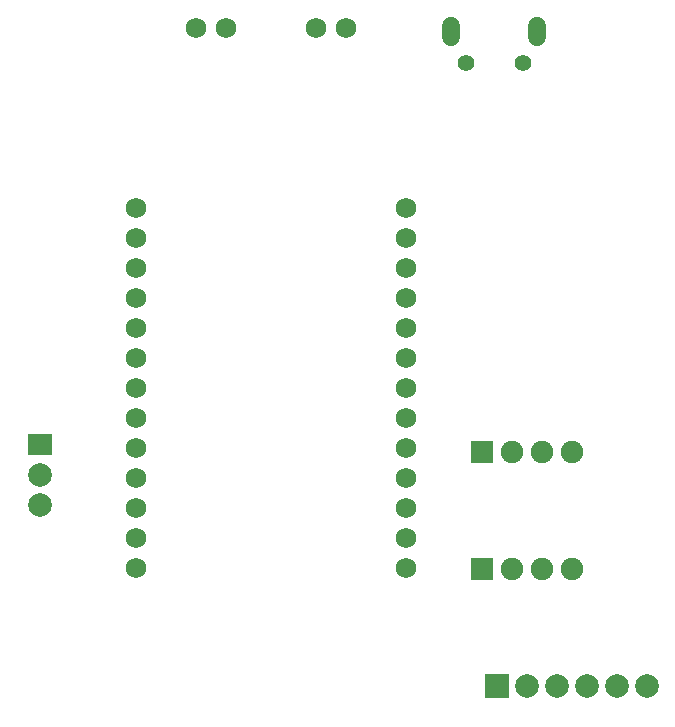
<source format=gbs>
G04 Layer: BottomSolderMaskLayer*
G04 EasyEDA v6.4.17, 2021-03-16T21:25:48--4:00*
G04 0817081497994772ae9c6ae74964b192,7db2125e4611476bb2993bf99425ef50,10*
G04 Gerber Generator version 0.2*
G04 Scale: 100 percent, Rotated: No, Reflected: No *
G04 Dimensions in inches *
G04 leading zeros omitted , absolute positions ,3 integer and 6 decimal *
%FSLAX36Y36*%
%MOIN*%

%ADD37C,0.0592*%
%ADD39C,0.0789*%
%ADD43C,0.0552*%
%ADD50C,0.0749*%
%ADD51C,0.0680*%

%LPD*%
D37*
X1777500Y-2820407D02*
G01*
X1777500Y-2784974D01*
X2062500Y-2820407D02*
G01*
X2062500Y-2784974D01*
D39*
G01*
X405000Y-4380000D03*
G01*
X405000Y-4280000D03*
G36*
X365599Y-4215000D02*
G01*
X365599Y-4145000D01*
X444400Y-4145000D01*
X444400Y-4215000D01*
G37*
D43*
G01*
X2015469Y-2908989D03*
G01*
X1824530Y-2908989D03*
G36*
X1842500Y-4242500D02*
G01*
X1842500Y-4167500D01*
X1917500Y-4167500D01*
X1917500Y-4242500D01*
G37*
D50*
G01*
X1980000Y-4205000D03*
G01*
X2080000Y-4205000D03*
G01*
X2180000Y-4205000D03*
G36*
X1842500Y-4632500D02*
G01*
X1842500Y-4557500D01*
X1917500Y-4557500D01*
X1917500Y-4632500D01*
G37*
G01*
X1980000Y-4595000D03*
G01*
X2080000Y-4595000D03*
G01*
X2180000Y-4595000D03*
D51*
G01*
X1625000Y-3390000D03*
G01*
X1625000Y-3490000D03*
G01*
X1625000Y-3590000D03*
G01*
X1625000Y-3690000D03*
G01*
X1625000Y-3790000D03*
G01*
X1625000Y-3890000D03*
G01*
X1625000Y-3990000D03*
G01*
X1625000Y-4090000D03*
G01*
X1625000Y-4190000D03*
G01*
X1625000Y-4290000D03*
G01*
X1625000Y-4390000D03*
G01*
X1625000Y-4490000D03*
G01*
X1625000Y-4590000D03*
G01*
X725000Y-3390000D03*
G01*
X725000Y-3490000D03*
G01*
X725000Y-3590000D03*
G01*
X725000Y-3690000D03*
G01*
X725000Y-3790000D03*
G01*
X725000Y-3890000D03*
G01*
X725000Y-3990000D03*
G01*
X725000Y-4090000D03*
G01*
X725000Y-4190000D03*
G01*
X725000Y-4290000D03*
G01*
X725000Y-4390000D03*
G01*
X725000Y-4490000D03*
G01*
X725000Y-4590000D03*
G01*
X1425000Y-2790000D03*
G01*
X1325000Y-2790000D03*
G01*
X1025000Y-2790000D03*
G01*
X925000Y-2790000D03*
D39*
G01*
X2430000Y-4985000D03*
G01*
X2330000Y-4985000D03*
G01*
X2230000Y-4985000D03*
G01*
X2130000Y-4985000D03*
G01*
X2030000Y-4985000D03*
G36*
X1890600Y-5024400D02*
G01*
X1890600Y-4945599D01*
X1969399Y-4945599D01*
X1969399Y-5024400D01*
G37*
M02*

</source>
